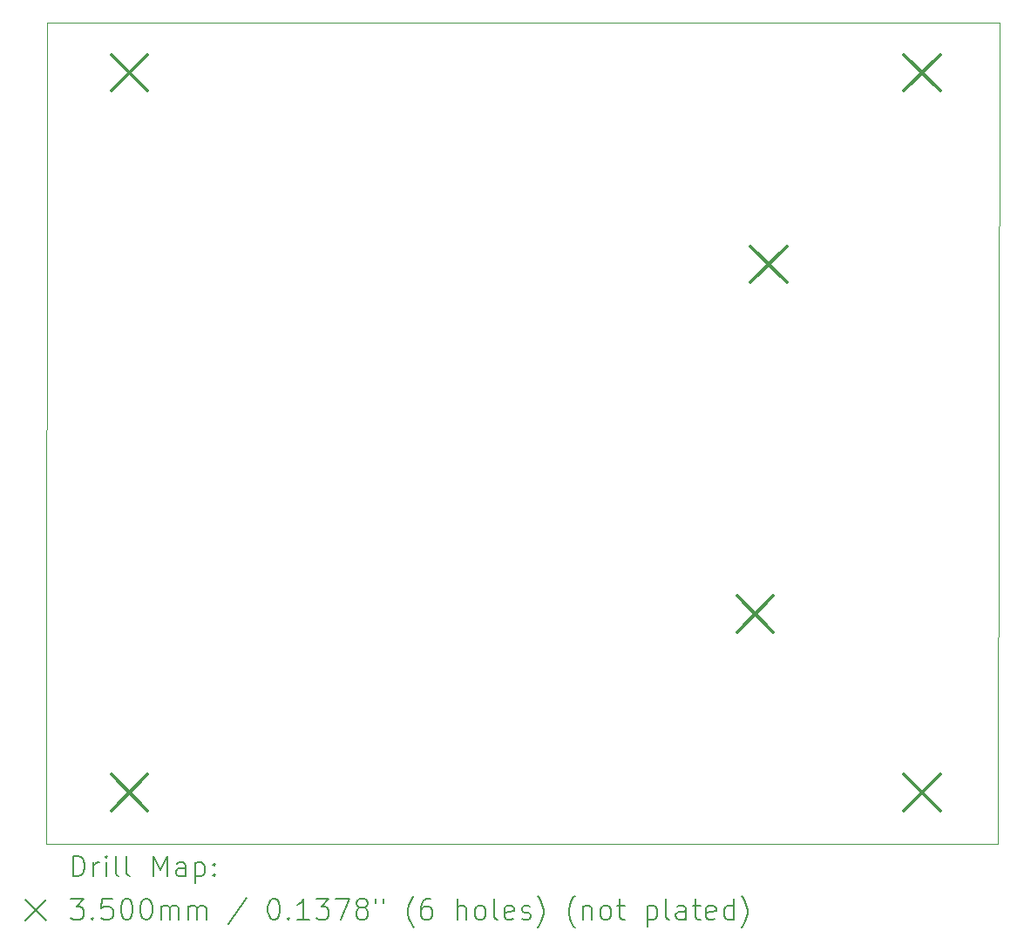
<source format=gbr>
%TF.GenerationSoftware,KiCad,Pcbnew,9.0.1*%
%TF.CreationDate,2025-07-15T15:54:51+03:00*%
%TF.ProjectId,pcb_no_div,7063625f-6e6f-45f6-9469-762e6b696361,rev?*%
%TF.SameCoordinates,Original*%
%TF.FileFunction,Drillmap*%
%TF.FilePolarity,Positive*%
%FSLAX45Y45*%
G04 Gerber Fmt 4.5, Leading zero omitted, Abs format (unit mm)*
G04 Created by KiCad (PCBNEW 9.0.1) date 2025-07-15 15:54:51*
%MOMM*%
%LPD*%
G01*
G04 APERTURE LIST*
%ADD10C,0.038100*%
%ADD11C,0.200000*%
%ADD12C,0.350000*%
G04 APERTURE END LIST*
D10*
X13030000Y-3005000D02*
X13010000Y-10990000D01*
X3775000Y-3005000D02*
X3765000Y-10990000D01*
X13010000Y-10990000D02*
X3765000Y-10990000D01*
X13030000Y-3005000D02*
X3775000Y-3005000D01*
D11*
D12*
X4400000Y-3315000D02*
X4750000Y-3665000D01*
X4750000Y-3315000D02*
X4400000Y-3665000D01*
X4400000Y-10315000D02*
X4750000Y-10665000D01*
X4750000Y-10315000D02*
X4400000Y-10665000D01*
X10480000Y-8577000D02*
X10830000Y-8927000D01*
X10830000Y-8577000D02*
X10480000Y-8927000D01*
X10610000Y-5178000D02*
X10960000Y-5528000D01*
X10960000Y-5178000D02*
X10610000Y-5528000D01*
X12100000Y-3315000D02*
X12450000Y-3665000D01*
X12450000Y-3315000D02*
X12100000Y-3665000D01*
X12100000Y-10315000D02*
X12450000Y-10665000D01*
X12450000Y-10315000D02*
X12100000Y-10665000D01*
D11*
X4023872Y-11303389D02*
X4023872Y-11103389D01*
X4023872Y-11103389D02*
X4071491Y-11103389D01*
X4071491Y-11103389D02*
X4100062Y-11112913D01*
X4100062Y-11112913D02*
X4119110Y-11131960D01*
X4119110Y-11131960D02*
X4128634Y-11151008D01*
X4128634Y-11151008D02*
X4138157Y-11189103D01*
X4138157Y-11189103D02*
X4138157Y-11217674D01*
X4138157Y-11217674D02*
X4128634Y-11255770D01*
X4128634Y-11255770D02*
X4119110Y-11274817D01*
X4119110Y-11274817D02*
X4100062Y-11293865D01*
X4100062Y-11293865D02*
X4071491Y-11303389D01*
X4071491Y-11303389D02*
X4023872Y-11303389D01*
X4223872Y-11303389D02*
X4223872Y-11170055D01*
X4223872Y-11208151D02*
X4233396Y-11189103D01*
X4233396Y-11189103D02*
X4242919Y-11179579D01*
X4242919Y-11179579D02*
X4261967Y-11170055D01*
X4261967Y-11170055D02*
X4281015Y-11170055D01*
X4347681Y-11303389D02*
X4347681Y-11170055D01*
X4347681Y-11103389D02*
X4338158Y-11112913D01*
X4338158Y-11112913D02*
X4347681Y-11122436D01*
X4347681Y-11122436D02*
X4357205Y-11112913D01*
X4357205Y-11112913D02*
X4347681Y-11103389D01*
X4347681Y-11103389D02*
X4347681Y-11122436D01*
X4471491Y-11303389D02*
X4452443Y-11293865D01*
X4452443Y-11293865D02*
X4442919Y-11274817D01*
X4442919Y-11274817D02*
X4442919Y-11103389D01*
X4576253Y-11303389D02*
X4557205Y-11293865D01*
X4557205Y-11293865D02*
X4547681Y-11274817D01*
X4547681Y-11274817D02*
X4547681Y-11103389D01*
X4804824Y-11303389D02*
X4804824Y-11103389D01*
X4804824Y-11103389D02*
X4871491Y-11246246D01*
X4871491Y-11246246D02*
X4938158Y-11103389D01*
X4938158Y-11103389D02*
X4938158Y-11303389D01*
X5119110Y-11303389D02*
X5119110Y-11198627D01*
X5119110Y-11198627D02*
X5109586Y-11179579D01*
X5109586Y-11179579D02*
X5090539Y-11170055D01*
X5090539Y-11170055D02*
X5052443Y-11170055D01*
X5052443Y-11170055D02*
X5033396Y-11179579D01*
X5119110Y-11293865D02*
X5100062Y-11303389D01*
X5100062Y-11303389D02*
X5052443Y-11303389D01*
X5052443Y-11303389D02*
X5033396Y-11293865D01*
X5033396Y-11293865D02*
X5023872Y-11274817D01*
X5023872Y-11274817D02*
X5023872Y-11255770D01*
X5023872Y-11255770D02*
X5033396Y-11236722D01*
X5033396Y-11236722D02*
X5052443Y-11227198D01*
X5052443Y-11227198D02*
X5100062Y-11227198D01*
X5100062Y-11227198D02*
X5119110Y-11217674D01*
X5214348Y-11170055D02*
X5214348Y-11370055D01*
X5214348Y-11179579D02*
X5233396Y-11170055D01*
X5233396Y-11170055D02*
X5271491Y-11170055D01*
X5271491Y-11170055D02*
X5290539Y-11179579D01*
X5290539Y-11179579D02*
X5300062Y-11189103D01*
X5300062Y-11189103D02*
X5309586Y-11208151D01*
X5309586Y-11208151D02*
X5309586Y-11265293D01*
X5309586Y-11265293D02*
X5300062Y-11284341D01*
X5300062Y-11284341D02*
X5290539Y-11293865D01*
X5290539Y-11293865D02*
X5271491Y-11303389D01*
X5271491Y-11303389D02*
X5233396Y-11303389D01*
X5233396Y-11303389D02*
X5214348Y-11293865D01*
X5395300Y-11284341D02*
X5404824Y-11293865D01*
X5404824Y-11293865D02*
X5395300Y-11303389D01*
X5395300Y-11303389D02*
X5385777Y-11293865D01*
X5385777Y-11293865D02*
X5395300Y-11284341D01*
X5395300Y-11284341D02*
X5395300Y-11303389D01*
X5395300Y-11179579D02*
X5404824Y-11189103D01*
X5404824Y-11189103D02*
X5395300Y-11198627D01*
X5395300Y-11198627D02*
X5385777Y-11189103D01*
X5385777Y-11189103D02*
X5395300Y-11179579D01*
X5395300Y-11179579D02*
X5395300Y-11198627D01*
X3563095Y-11531905D02*
X3763095Y-11731905D01*
X3763095Y-11531905D02*
X3563095Y-11731905D01*
X4004824Y-11523389D02*
X4128634Y-11523389D01*
X4128634Y-11523389D02*
X4061967Y-11599579D01*
X4061967Y-11599579D02*
X4090538Y-11599579D01*
X4090538Y-11599579D02*
X4109586Y-11609103D01*
X4109586Y-11609103D02*
X4119110Y-11618627D01*
X4119110Y-11618627D02*
X4128634Y-11637674D01*
X4128634Y-11637674D02*
X4128634Y-11685293D01*
X4128634Y-11685293D02*
X4119110Y-11704341D01*
X4119110Y-11704341D02*
X4109586Y-11713865D01*
X4109586Y-11713865D02*
X4090538Y-11723389D01*
X4090538Y-11723389D02*
X4033396Y-11723389D01*
X4033396Y-11723389D02*
X4014348Y-11713865D01*
X4014348Y-11713865D02*
X4004824Y-11704341D01*
X4214348Y-11704341D02*
X4223872Y-11713865D01*
X4223872Y-11713865D02*
X4214348Y-11723389D01*
X4214348Y-11723389D02*
X4204824Y-11713865D01*
X4204824Y-11713865D02*
X4214348Y-11704341D01*
X4214348Y-11704341D02*
X4214348Y-11723389D01*
X4404824Y-11523389D02*
X4309586Y-11523389D01*
X4309586Y-11523389D02*
X4300062Y-11618627D01*
X4300062Y-11618627D02*
X4309586Y-11609103D01*
X4309586Y-11609103D02*
X4328634Y-11599579D01*
X4328634Y-11599579D02*
X4376253Y-11599579D01*
X4376253Y-11599579D02*
X4395300Y-11609103D01*
X4395300Y-11609103D02*
X4404824Y-11618627D01*
X4404824Y-11618627D02*
X4414348Y-11637674D01*
X4414348Y-11637674D02*
X4414348Y-11685293D01*
X4414348Y-11685293D02*
X4404824Y-11704341D01*
X4404824Y-11704341D02*
X4395300Y-11713865D01*
X4395300Y-11713865D02*
X4376253Y-11723389D01*
X4376253Y-11723389D02*
X4328634Y-11723389D01*
X4328634Y-11723389D02*
X4309586Y-11713865D01*
X4309586Y-11713865D02*
X4300062Y-11704341D01*
X4538158Y-11523389D02*
X4557205Y-11523389D01*
X4557205Y-11523389D02*
X4576253Y-11532913D01*
X4576253Y-11532913D02*
X4585777Y-11542436D01*
X4585777Y-11542436D02*
X4595300Y-11561484D01*
X4595300Y-11561484D02*
X4604824Y-11599579D01*
X4604824Y-11599579D02*
X4604824Y-11647198D01*
X4604824Y-11647198D02*
X4595300Y-11685293D01*
X4595300Y-11685293D02*
X4585777Y-11704341D01*
X4585777Y-11704341D02*
X4576253Y-11713865D01*
X4576253Y-11713865D02*
X4557205Y-11723389D01*
X4557205Y-11723389D02*
X4538158Y-11723389D01*
X4538158Y-11723389D02*
X4519110Y-11713865D01*
X4519110Y-11713865D02*
X4509586Y-11704341D01*
X4509586Y-11704341D02*
X4500062Y-11685293D01*
X4500062Y-11685293D02*
X4490539Y-11647198D01*
X4490539Y-11647198D02*
X4490539Y-11599579D01*
X4490539Y-11599579D02*
X4500062Y-11561484D01*
X4500062Y-11561484D02*
X4509586Y-11542436D01*
X4509586Y-11542436D02*
X4519110Y-11532913D01*
X4519110Y-11532913D02*
X4538158Y-11523389D01*
X4728634Y-11523389D02*
X4747681Y-11523389D01*
X4747681Y-11523389D02*
X4766729Y-11532913D01*
X4766729Y-11532913D02*
X4776253Y-11542436D01*
X4776253Y-11542436D02*
X4785777Y-11561484D01*
X4785777Y-11561484D02*
X4795300Y-11599579D01*
X4795300Y-11599579D02*
X4795300Y-11647198D01*
X4795300Y-11647198D02*
X4785777Y-11685293D01*
X4785777Y-11685293D02*
X4776253Y-11704341D01*
X4776253Y-11704341D02*
X4766729Y-11713865D01*
X4766729Y-11713865D02*
X4747681Y-11723389D01*
X4747681Y-11723389D02*
X4728634Y-11723389D01*
X4728634Y-11723389D02*
X4709586Y-11713865D01*
X4709586Y-11713865D02*
X4700062Y-11704341D01*
X4700062Y-11704341D02*
X4690539Y-11685293D01*
X4690539Y-11685293D02*
X4681015Y-11647198D01*
X4681015Y-11647198D02*
X4681015Y-11599579D01*
X4681015Y-11599579D02*
X4690539Y-11561484D01*
X4690539Y-11561484D02*
X4700062Y-11542436D01*
X4700062Y-11542436D02*
X4709586Y-11532913D01*
X4709586Y-11532913D02*
X4728634Y-11523389D01*
X4881015Y-11723389D02*
X4881015Y-11590055D01*
X4881015Y-11609103D02*
X4890539Y-11599579D01*
X4890539Y-11599579D02*
X4909586Y-11590055D01*
X4909586Y-11590055D02*
X4938158Y-11590055D01*
X4938158Y-11590055D02*
X4957205Y-11599579D01*
X4957205Y-11599579D02*
X4966729Y-11618627D01*
X4966729Y-11618627D02*
X4966729Y-11723389D01*
X4966729Y-11618627D02*
X4976253Y-11599579D01*
X4976253Y-11599579D02*
X4995300Y-11590055D01*
X4995300Y-11590055D02*
X5023872Y-11590055D01*
X5023872Y-11590055D02*
X5042920Y-11599579D01*
X5042920Y-11599579D02*
X5052443Y-11618627D01*
X5052443Y-11618627D02*
X5052443Y-11723389D01*
X5147681Y-11723389D02*
X5147681Y-11590055D01*
X5147681Y-11609103D02*
X5157205Y-11599579D01*
X5157205Y-11599579D02*
X5176253Y-11590055D01*
X5176253Y-11590055D02*
X5204824Y-11590055D01*
X5204824Y-11590055D02*
X5223872Y-11599579D01*
X5223872Y-11599579D02*
X5233396Y-11618627D01*
X5233396Y-11618627D02*
X5233396Y-11723389D01*
X5233396Y-11618627D02*
X5242920Y-11599579D01*
X5242920Y-11599579D02*
X5261967Y-11590055D01*
X5261967Y-11590055D02*
X5290539Y-11590055D01*
X5290539Y-11590055D02*
X5309586Y-11599579D01*
X5309586Y-11599579D02*
X5319110Y-11618627D01*
X5319110Y-11618627D02*
X5319110Y-11723389D01*
X5709586Y-11513865D02*
X5538158Y-11771008D01*
X5966729Y-11523389D02*
X5985777Y-11523389D01*
X5985777Y-11523389D02*
X6004824Y-11532913D01*
X6004824Y-11532913D02*
X6014348Y-11542436D01*
X6014348Y-11542436D02*
X6023872Y-11561484D01*
X6023872Y-11561484D02*
X6033396Y-11599579D01*
X6033396Y-11599579D02*
X6033396Y-11647198D01*
X6033396Y-11647198D02*
X6023872Y-11685293D01*
X6023872Y-11685293D02*
X6014348Y-11704341D01*
X6014348Y-11704341D02*
X6004824Y-11713865D01*
X6004824Y-11713865D02*
X5985777Y-11723389D01*
X5985777Y-11723389D02*
X5966729Y-11723389D01*
X5966729Y-11723389D02*
X5947681Y-11713865D01*
X5947681Y-11713865D02*
X5938158Y-11704341D01*
X5938158Y-11704341D02*
X5928634Y-11685293D01*
X5928634Y-11685293D02*
X5919110Y-11647198D01*
X5919110Y-11647198D02*
X5919110Y-11599579D01*
X5919110Y-11599579D02*
X5928634Y-11561484D01*
X5928634Y-11561484D02*
X5938158Y-11542436D01*
X5938158Y-11542436D02*
X5947681Y-11532913D01*
X5947681Y-11532913D02*
X5966729Y-11523389D01*
X6119110Y-11704341D02*
X6128634Y-11713865D01*
X6128634Y-11713865D02*
X6119110Y-11723389D01*
X6119110Y-11723389D02*
X6109586Y-11713865D01*
X6109586Y-11713865D02*
X6119110Y-11704341D01*
X6119110Y-11704341D02*
X6119110Y-11723389D01*
X6319110Y-11723389D02*
X6204824Y-11723389D01*
X6261967Y-11723389D02*
X6261967Y-11523389D01*
X6261967Y-11523389D02*
X6242920Y-11551960D01*
X6242920Y-11551960D02*
X6223872Y-11571008D01*
X6223872Y-11571008D02*
X6204824Y-11580532D01*
X6385777Y-11523389D02*
X6509586Y-11523389D01*
X6509586Y-11523389D02*
X6442920Y-11599579D01*
X6442920Y-11599579D02*
X6471491Y-11599579D01*
X6471491Y-11599579D02*
X6490539Y-11609103D01*
X6490539Y-11609103D02*
X6500062Y-11618627D01*
X6500062Y-11618627D02*
X6509586Y-11637674D01*
X6509586Y-11637674D02*
X6509586Y-11685293D01*
X6509586Y-11685293D02*
X6500062Y-11704341D01*
X6500062Y-11704341D02*
X6490539Y-11713865D01*
X6490539Y-11713865D02*
X6471491Y-11723389D01*
X6471491Y-11723389D02*
X6414348Y-11723389D01*
X6414348Y-11723389D02*
X6395301Y-11713865D01*
X6395301Y-11713865D02*
X6385777Y-11704341D01*
X6576253Y-11523389D02*
X6709586Y-11523389D01*
X6709586Y-11523389D02*
X6623872Y-11723389D01*
X6814348Y-11609103D02*
X6795301Y-11599579D01*
X6795301Y-11599579D02*
X6785777Y-11590055D01*
X6785777Y-11590055D02*
X6776253Y-11571008D01*
X6776253Y-11571008D02*
X6776253Y-11561484D01*
X6776253Y-11561484D02*
X6785777Y-11542436D01*
X6785777Y-11542436D02*
X6795301Y-11532913D01*
X6795301Y-11532913D02*
X6814348Y-11523389D01*
X6814348Y-11523389D02*
X6852443Y-11523389D01*
X6852443Y-11523389D02*
X6871491Y-11532913D01*
X6871491Y-11532913D02*
X6881015Y-11542436D01*
X6881015Y-11542436D02*
X6890539Y-11561484D01*
X6890539Y-11561484D02*
X6890539Y-11571008D01*
X6890539Y-11571008D02*
X6881015Y-11590055D01*
X6881015Y-11590055D02*
X6871491Y-11599579D01*
X6871491Y-11599579D02*
X6852443Y-11609103D01*
X6852443Y-11609103D02*
X6814348Y-11609103D01*
X6814348Y-11609103D02*
X6795301Y-11618627D01*
X6795301Y-11618627D02*
X6785777Y-11628151D01*
X6785777Y-11628151D02*
X6776253Y-11647198D01*
X6776253Y-11647198D02*
X6776253Y-11685293D01*
X6776253Y-11685293D02*
X6785777Y-11704341D01*
X6785777Y-11704341D02*
X6795301Y-11713865D01*
X6795301Y-11713865D02*
X6814348Y-11723389D01*
X6814348Y-11723389D02*
X6852443Y-11723389D01*
X6852443Y-11723389D02*
X6871491Y-11713865D01*
X6871491Y-11713865D02*
X6881015Y-11704341D01*
X6881015Y-11704341D02*
X6890539Y-11685293D01*
X6890539Y-11685293D02*
X6890539Y-11647198D01*
X6890539Y-11647198D02*
X6881015Y-11628151D01*
X6881015Y-11628151D02*
X6871491Y-11618627D01*
X6871491Y-11618627D02*
X6852443Y-11609103D01*
X6966729Y-11523389D02*
X6966729Y-11561484D01*
X7042920Y-11523389D02*
X7042920Y-11561484D01*
X7338158Y-11799579D02*
X7328634Y-11790055D01*
X7328634Y-11790055D02*
X7309586Y-11761484D01*
X7309586Y-11761484D02*
X7300063Y-11742436D01*
X7300063Y-11742436D02*
X7290539Y-11713865D01*
X7290539Y-11713865D02*
X7281015Y-11666246D01*
X7281015Y-11666246D02*
X7281015Y-11628151D01*
X7281015Y-11628151D02*
X7290539Y-11580532D01*
X7290539Y-11580532D02*
X7300063Y-11551960D01*
X7300063Y-11551960D02*
X7309586Y-11532913D01*
X7309586Y-11532913D02*
X7328634Y-11504341D01*
X7328634Y-11504341D02*
X7338158Y-11494817D01*
X7500063Y-11523389D02*
X7461967Y-11523389D01*
X7461967Y-11523389D02*
X7442920Y-11532913D01*
X7442920Y-11532913D02*
X7433396Y-11542436D01*
X7433396Y-11542436D02*
X7414348Y-11571008D01*
X7414348Y-11571008D02*
X7404824Y-11609103D01*
X7404824Y-11609103D02*
X7404824Y-11685293D01*
X7404824Y-11685293D02*
X7414348Y-11704341D01*
X7414348Y-11704341D02*
X7423872Y-11713865D01*
X7423872Y-11713865D02*
X7442920Y-11723389D01*
X7442920Y-11723389D02*
X7481015Y-11723389D01*
X7481015Y-11723389D02*
X7500063Y-11713865D01*
X7500063Y-11713865D02*
X7509586Y-11704341D01*
X7509586Y-11704341D02*
X7519110Y-11685293D01*
X7519110Y-11685293D02*
X7519110Y-11637674D01*
X7519110Y-11637674D02*
X7509586Y-11618627D01*
X7509586Y-11618627D02*
X7500063Y-11609103D01*
X7500063Y-11609103D02*
X7481015Y-11599579D01*
X7481015Y-11599579D02*
X7442920Y-11599579D01*
X7442920Y-11599579D02*
X7423872Y-11609103D01*
X7423872Y-11609103D02*
X7414348Y-11618627D01*
X7414348Y-11618627D02*
X7404824Y-11637674D01*
X7757205Y-11723389D02*
X7757205Y-11523389D01*
X7842920Y-11723389D02*
X7842920Y-11618627D01*
X7842920Y-11618627D02*
X7833396Y-11599579D01*
X7833396Y-11599579D02*
X7814348Y-11590055D01*
X7814348Y-11590055D02*
X7785777Y-11590055D01*
X7785777Y-11590055D02*
X7766729Y-11599579D01*
X7766729Y-11599579D02*
X7757205Y-11609103D01*
X7966729Y-11723389D02*
X7947682Y-11713865D01*
X7947682Y-11713865D02*
X7938158Y-11704341D01*
X7938158Y-11704341D02*
X7928634Y-11685293D01*
X7928634Y-11685293D02*
X7928634Y-11628151D01*
X7928634Y-11628151D02*
X7938158Y-11609103D01*
X7938158Y-11609103D02*
X7947682Y-11599579D01*
X7947682Y-11599579D02*
X7966729Y-11590055D01*
X7966729Y-11590055D02*
X7995301Y-11590055D01*
X7995301Y-11590055D02*
X8014348Y-11599579D01*
X8014348Y-11599579D02*
X8023872Y-11609103D01*
X8023872Y-11609103D02*
X8033396Y-11628151D01*
X8033396Y-11628151D02*
X8033396Y-11685293D01*
X8033396Y-11685293D02*
X8023872Y-11704341D01*
X8023872Y-11704341D02*
X8014348Y-11713865D01*
X8014348Y-11713865D02*
X7995301Y-11723389D01*
X7995301Y-11723389D02*
X7966729Y-11723389D01*
X8147682Y-11723389D02*
X8128634Y-11713865D01*
X8128634Y-11713865D02*
X8119110Y-11694817D01*
X8119110Y-11694817D02*
X8119110Y-11523389D01*
X8300063Y-11713865D02*
X8281015Y-11723389D01*
X8281015Y-11723389D02*
X8242920Y-11723389D01*
X8242920Y-11723389D02*
X8223872Y-11713865D01*
X8223872Y-11713865D02*
X8214348Y-11694817D01*
X8214348Y-11694817D02*
X8214348Y-11618627D01*
X8214348Y-11618627D02*
X8223872Y-11599579D01*
X8223872Y-11599579D02*
X8242920Y-11590055D01*
X8242920Y-11590055D02*
X8281015Y-11590055D01*
X8281015Y-11590055D02*
X8300063Y-11599579D01*
X8300063Y-11599579D02*
X8309586Y-11618627D01*
X8309586Y-11618627D02*
X8309586Y-11637674D01*
X8309586Y-11637674D02*
X8214348Y-11656722D01*
X8385777Y-11713865D02*
X8404825Y-11723389D01*
X8404825Y-11723389D02*
X8442920Y-11723389D01*
X8442920Y-11723389D02*
X8461968Y-11713865D01*
X8461968Y-11713865D02*
X8471491Y-11694817D01*
X8471491Y-11694817D02*
X8471491Y-11685293D01*
X8471491Y-11685293D02*
X8461968Y-11666246D01*
X8461968Y-11666246D02*
X8442920Y-11656722D01*
X8442920Y-11656722D02*
X8414348Y-11656722D01*
X8414348Y-11656722D02*
X8395301Y-11647198D01*
X8395301Y-11647198D02*
X8385777Y-11628151D01*
X8385777Y-11628151D02*
X8385777Y-11618627D01*
X8385777Y-11618627D02*
X8395301Y-11599579D01*
X8395301Y-11599579D02*
X8414348Y-11590055D01*
X8414348Y-11590055D02*
X8442920Y-11590055D01*
X8442920Y-11590055D02*
X8461968Y-11599579D01*
X8538158Y-11799579D02*
X8547682Y-11790055D01*
X8547682Y-11790055D02*
X8566729Y-11761484D01*
X8566729Y-11761484D02*
X8576253Y-11742436D01*
X8576253Y-11742436D02*
X8585777Y-11713865D01*
X8585777Y-11713865D02*
X8595301Y-11666246D01*
X8595301Y-11666246D02*
X8595301Y-11628151D01*
X8595301Y-11628151D02*
X8585777Y-11580532D01*
X8585777Y-11580532D02*
X8576253Y-11551960D01*
X8576253Y-11551960D02*
X8566729Y-11532913D01*
X8566729Y-11532913D02*
X8547682Y-11504341D01*
X8547682Y-11504341D02*
X8538158Y-11494817D01*
X8900063Y-11799579D02*
X8890539Y-11790055D01*
X8890539Y-11790055D02*
X8871491Y-11761484D01*
X8871491Y-11761484D02*
X8861968Y-11742436D01*
X8861968Y-11742436D02*
X8852444Y-11713865D01*
X8852444Y-11713865D02*
X8842920Y-11666246D01*
X8842920Y-11666246D02*
X8842920Y-11628151D01*
X8842920Y-11628151D02*
X8852444Y-11580532D01*
X8852444Y-11580532D02*
X8861968Y-11551960D01*
X8861968Y-11551960D02*
X8871491Y-11532913D01*
X8871491Y-11532913D02*
X8890539Y-11504341D01*
X8890539Y-11504341D02*
X8900063Y-11494817D01*
X8976253Y-11590055D02*
X8976253Y-11723389D01*
X8976253Y-11609103D02*
X8985777Y-11599579D01*
X8985777Y-11599579D02*
X9004825Y-11590055D01*
X9004825Y-11590055D02*
X9033396Y-11590055D01*
X9033396Y-11590055D02*
X9052444Y-11599579D01*
X9052444Y-11599579D02*
X9061968Y-11618627D01*
X9061968Y-11618627D02*
X9061968Y-11723389D01*
X9185777Y-11723389D02*
X9166729Y-11713865D01*
X9166729Y-11713865D02*
X9157206Y-11704341D01*
X9157206Y-11704341D02*
X9147682Y-11685293D01*
X9147682Y-11685293D02*
X9147682Y-11628151D01*
X9147682Y-11628151D02*
X9157206Y-11609103D01*
X9157206Y-11609103D02*
X9166729Y-11599579D01*
X9166729Y-11599579D02*
X9185777Y-11590055D01*
X9185777Y-11590055D02*
X9214349Y-11590055D01*
X9214349Y-11590055D02*
X9233396Y-11599579D01*
X9233396Y-11599579D02*
X9242920Y-11609103D01*
X9242920Y-11609103D02*
X9252444Y-11628151D01*
X9252444Y-11628151D02*
X9252444Y-11685293D01*
X9252444Y-11685293D02*
X9242920Y-11704341D01*
X9242920Y-11704341D02*
X9233396Y-11713865D01*
X9233396Y-11713865D02*
X9214349Y-11723389D01*
X9214349Y-11723389D02*
X9185777Y-11723389D01*
X9309587Y-11590055D02*
X9385777Y-11590055D01*
X9338158Y-11523389D02*
X9338158Y-11694817D01*
X9338158Y-11694817D02*
X9347682Y-11713865D01*
X9347682Y-11713865D02*
X9366729Y-11723389D01*
X9366729Y-11723389D02*
X9385777Y-11723389D01*
X9604825Y-11590055D02*
X9604825Y-11790055D01*
X9604825Y-11599579D02*
X9623872Y-11590055D01*
X9623872Y-11590055D02*
X9661968Y-11590055D01*
X9661968Y-11590055D02*
X9681015Y-11599579D01*
X9681015Y-11599579D02*
X9690539Y-11609103D01*
X9690539Y-11609103D02*
X9700063Y-11628151D01*
X9700063Y-11628151D02*
X9700063Y-11685293D01*
X9700063Y-11685293D02*
X9690539Y-11704341D01*
X9690539Y-11704341D02*
X9681015Y-11713865D01*
X9681015Y-11713865D02*
X9661968Y-11723389D01*
X9661968Y-11723389D02*
X9623872Y-11723389D01*
X9623872Y-11723389D02*
X9604825Y-11713865D01*
X9814349Y-11723389D02*
X9795301Y-11713865D01*
X9795301Y-11713865D02*
X9785777Y-11694817D01*
X9785777Y-11694817D02*
X9785777Y-11523389D01*
X9976253Y-11723389D02*
X9976253Y-11618627D01*
X9976253Y-11618627D02*
X9966730Y-11599579D01*
X9966730Y-11599579D02*
X9947682Y-11590055D01*
X9947682Y-11590055D02*
X9909587Y-11590055D01*
X9909587Y-11590055D02*
X9890539Y-11599579D01*
X9976253Y-11713865D02*
X9957206Y-11723389D01*
X9957206Y-11723389D02*
X9909587Y-11723389D01*
X9909587Y-11723389D02*
X9890539Y-11713865D01*
X9890539Y-11713865D02*
X9881015Y-11694817D01*
X9881015Y-11694817D02*
X9881015Y-11675770D01*
X9881015Y-11675770D02*
X9890539Y-11656722D01*
X9890539Y-11656722D02*
X9909587Y-11647198D01*
X9909587Y-11647198D02*
X9957206Y-11647198D01*
X9957206Y-11647198D02*
X9976253Y-11637674D01*
X10042920Y-11590055D02*
X10119110Y-11590055D01*
X10071491Y-11523389D02*
X10071491Y-11694817D01*
X10071491Y-11694817D02*
X10081015Y-11713865D01*
X10081015Y-11713865D02*
X10100063Y-11723389D01*
X10100063Y-11723389D02*
X10119110Y-11723389D01*
X10261968Y-11713865D02*
X10242920Y-11723389D01*
X10242920Y-11723389D02*
X10204825Y-11723389D01*
X10204825Y-11723389D02*
X10185777Y-11713865D01*
X10185777Y-11713865D02*
X10176253Y-11694817D01*
X10176253Y-11694817D02*
X10176253Y-11618627D01*
X10176253Y-11618627D02*
X10185777Y-11599579D01*
X10185777Y-11599579D02*
X10204825Y-11590055D01*
X10204825Y-11590055D02*
X10242920Y-11590055D01*
X10242920Y-11590055D02*
X10261968Y-11599579D01*
X10261968Y-11599579D02*
X10271491Y-11618627D01*
X10271491Y-11618627D02*
X10271491Y-11637674D01*
X10271491Y-11637674D02*
X10176253Y-11656722D01*
X10442920Y-11723389D02*
X10442920Y-11523389D01*
X10442920Y-11713865D02*
X10423872Y-11723389D01*
X10423872Y-11723389D02*
X10385777Y-11723389D01*
X10385777Y-11723389D02*
X10366730Y-11713865D01*
X10366730Y-11713865D02*
X10357206Y-11704341D01*
X10357206Y-11704341D02*
X10347682Y-11685293D01*
X10347682Y-11685293D02*
X10347682Y-11628151D01*
X10347682Y-11628151D02*
X10357206Y-11609103D01*
X10357206Y-11609103D02*
X10366730Y-11599579D01*
X10366730Y-11599579D02*
X10385777Y-11590055D01*
X10385777Y-11590055D02*
X10423872Y-11590055D01*
X10423872Y-11590055D02*
X10442920Y-11599579D01*
X10519111Y-11799579D02*
X10528634Y-11790055D01*
X10528634Y-11790055D02*
X10547682Y-11761484D01*
X10547682Y-11761484D02*
X10557206Y-11742436D01*
X10557206Y-11742436D02*
X10566730Y-11713865D01*
X10566730Y-11713865D02*
X10576253Y-11666246D01*
X10576253Y-11666246D02*
X10576253Y-11628151D01*
X10576253Y-11628151D02*
X10566730Y-11580532D01*
X10566730Y-11580532D02*
X10557206Y-11551960D01*
X10557206Y-11551960D02*
X10547682Y-11532913D01*
X10547682Y-11532913D02*
X10528634Y-11504341D01*
X10528634Y-11504341D02*
X10519111Y-11494817D01*
M02*

</source>
